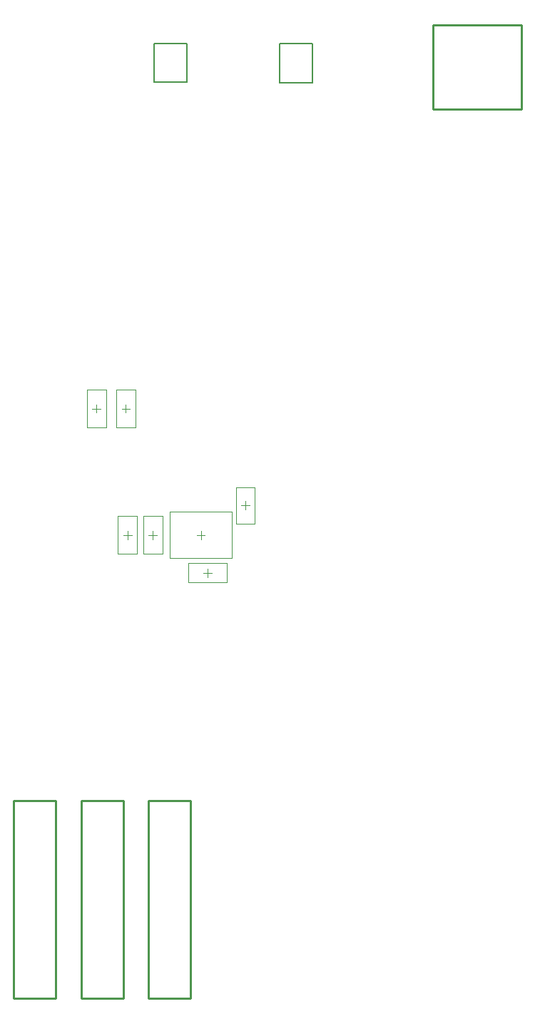
<source format=gbr>
G04*
G04 #@! TF.GenerationSoftware,Altium Limited,Altium Designer,23.6.0 (18)*
G04*
G04 Layer_Color=0*
%FSLAX44Y44*%
%MOMM*%
G71*
G04*
G04 #@! TF.SameCoordinates,1F3C283D-9475-48EB-A570-AF6A427DC10D*
G04*
G04*
G04 #@! TF.FilePolarity,Positive*
G04*
G01*
G75*
%ADD11C,0.2000*%
%ADD12C,0.2540*%
%ADD13C,0.0500*%
%ADD14C,0.1000*%
D11*
X1160500Y1483061D02*
X1199500D01*
Y1436939D02*
Y1483061D01*
X1160500Y1436939D02*
X1199500D01*
X1160500D02*
Y1483061D01*
X1011350Y1437172D02*
Y1483294D01*
Y1437172D02*
X1050350D01*
Y1483294D01*
X1011350D02*
X1050350D01*
D12*
X1055000Y350000D02*
Y585000D01*
X1005000Y350000D02*
Y585000D01*
X1055000D01*
X1005000Y350000D02*
X1055000D01*
X925000D02*
X975000D01*
X925000Y585000D02*
X975000D01*
X925000Y350000D02*
Y585000D01*
X975000Y350000D02*
Y585000D01*
X895000Y350000D02*
Y585000D01*
X845000Y350000D02*
Y585000D01*
X895000D01*
X845000Y350000D02*
X895000D01*
X1342500Y1405000D02*
X1447500D01*
X1342500Y1505000D02*
X1447500D01*
Y1405000D02*
Y1505000D01*
X1342500Y1405000D02*
Y1505000D01*
D13*
X1109000Y956500D02*
X1131000D01*
X1109000Y913500D02*
X1131000D01*
X1109000D02*
Y956500D01*
X1131000Y913500D02*
Y956500D01*
X1030000Y872500D02*
X1104000D01*
X1030000Y927500D02*
X1104000D01*
X1030000Y872500D02*
Y927500D01*
X1104000Y872500D02*
Y927500D01*
X998500Y877500D02*
X1021500D01*
X998500Y922500D02*
X1021500D01*
Y877500D02*
Y922500D01*
X998500Y877500D02*
Y922500D01*
X968500Y877500D02*
X991500D01*
X968500Y922500D02*
X991500D01*
Y877500D02*
Y922500D01*
X968500Y877500D02*
Y922500D01*
X966500Y1027500D02*
Y1072500D01*
X989500Y1027500D02*
Y1072500D01*
X966500D02*
X989500D01*
X966500Y1027500D02*
X989500D01*
X931688Y1027500D02*
Y1072500D01*
X954688Y1027500D02*
Y1072500D01*
X931688D02*
X954688D01*
X931688Y1027500D02*
X954688D01*
X1052500Y843500D02*
X1097500D01*
X1052500Y866500D02*
X1097500D01*
X1052500Y843500D02*
Y866500D01*
X1097500Y843500D02*
Y866500D01*
D14*
X1120000Y930000D02*
Y940000D01*
X1115000Y935000D02*
X1125000D01*
X1067000Y895000D02*
Y905000D01*
X1062000Y900000D02*
X1072000D01*
X1010000Y895000D02*
Y905000D01*
X1005000Y900000D02*
X1015000D01*
X980000Y895000D02*
Y905000D01*
X975000Y900000D02*
X985000D01*
X973000Y1050000D02*
X983000D01*
X978000Y1045000D02*
Y1055000D01*
X938188Y1050000D02*
X948188D01*
X943188Y1045000D02*
Y1055000D01*
X1075000Y850000D02*
Y860000D01*
X1070000Y855000D02*
X1080000D01*
M02*

</source>
